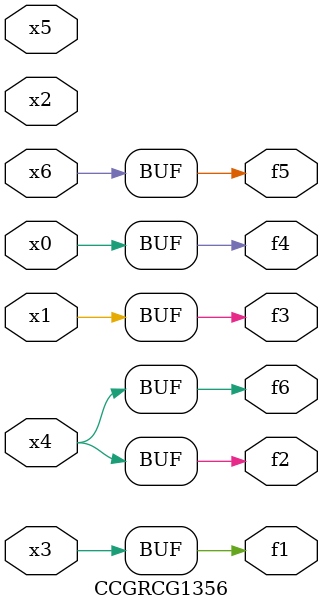
<source format=v>
module CCGRCG1356(
	input x0, x1, x2, x3, x4, x5, x6,
	output f1, f2, f3, f4, f5, f6
);
	assign f1 = x3;
	assign f2 = x4;
	assign f3 = x1;
	assign f4 = x0;
	assign f5 = x6;
	assign f6 = x4;
endmodule

</source>
